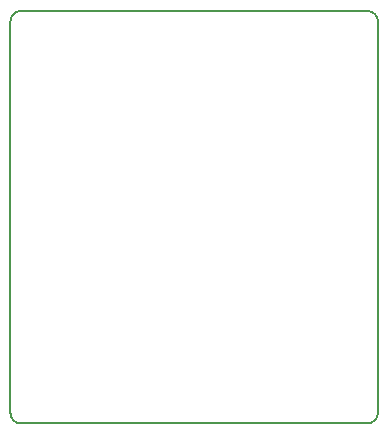
<source format=gbr>
%TF.GenerationSoftware,KiCad,Pcbnew,(6.0.0)*%
%TF.CreationDate,2022-04-08T13:22:10+02:00*%
%TF.ProjectId,STM32G030F6P6,53544d33-3247-4303-9330-463650362e6b,rev?*%
%TF.SameCoordinates,Original*%
%TF.FileFunction,Profile,NP*%
%FSLAX46Y46*%
G04 Gerber Fmt 4.6, Leading zero omitted, Abs format (unit mm)*
G04 Created by KiCad (PCBNEW (6.0.0)) date 2022-04-08 13:22:10*
%MOMM*%
%LPD*%
G01*
G04 APERTURE LIST*
%TA.AperFunction,Profile*%
%ADD10C,0.200000*%
%TD*%
G04 APERTURE END LIST*
D10*
X112649000Y-85725000D02*
X141986000Y-85725000D01*
X111760000Y-119761000D02*
X111760000Y-86614000D01*
X141986000Y-120650000D02*
X112649000Y-120650000D01*
X142875000Y-86614000D02*
X142875000Y-119761000D01*
X141986000Y-120650000D02*
G75*
G03*
X142875000Y-119761000I0J889000D01*
G01*
X111760000Y-119761000D02*
G75*
G03*
X112649000Y-120650000I889000J0D01*
G01*
X112649000Y-85725000D02*
G75*
G03*
X111760000Y-86614000I0J-889000D01*
G01*
X142874999Y-86614000D02*
G75*
G03*
X141986000Y-85725000I-888999J1D01*
G01*
M02*

</source>
